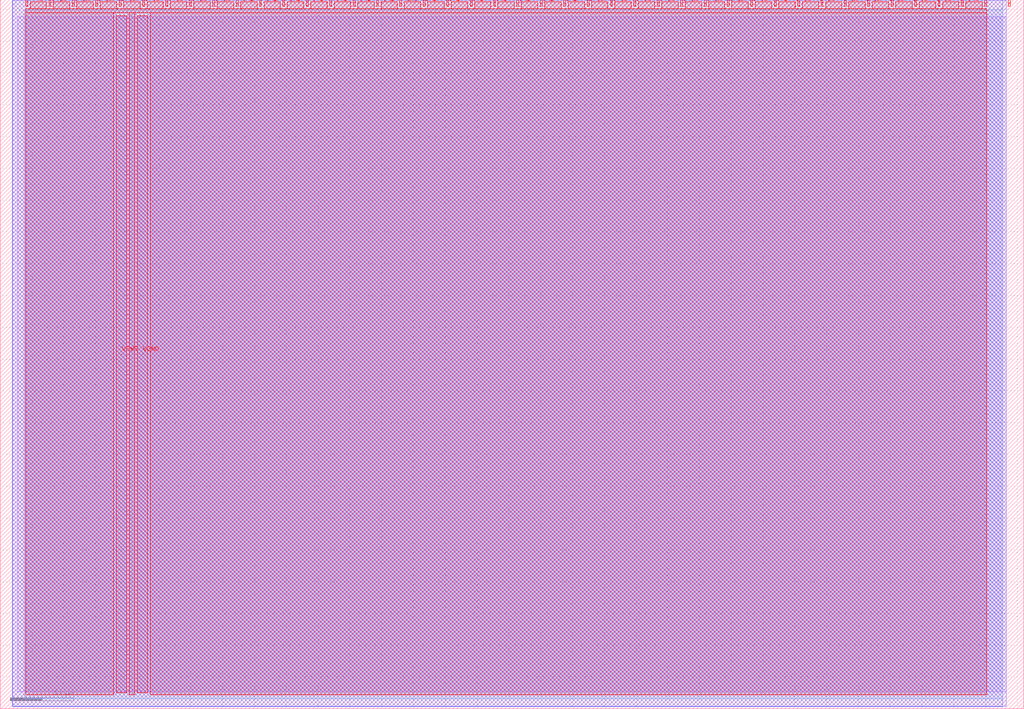
<source format=lef>
VERSION 5.7 ;
  NOWIREEXTENSIONATPIN ON ;
  DIVIDERCHAR "/" ;
  BUSBITCHARS "[]" ;
MACRO tt_um_toivoh_basilisc_2816_cpu_OL2
  CLASS BLOCK ;
  FOREIGN tt_um_toivoh_basilisc_2816_cpu_OL2 ;
  ORIGIN 0.000 0.000 ;
  SIZE 161.000 BY 111.520 ;
  PIN VGND
    DIRECTION INOUT ;
    USE GROUND ;
    PORT
      LAYER met4 ;
        RECT 21.580 2.480 23.180 109.040 ;
    END
  END VGND
  PIN VPWR
    DIRECTION INOUT ;
    USE POWER ;
    PORT
      LAYER met4 ;
        RECT 18.280 2.480 19.880 109.040 ;
    END
  END VPWR
  PIN clk
    DIRECTION INPUT ;
    USE SIGNAL ;
    ANTENNAGATEAREA 0.852000 ;
    PORT
      LAYER met4 ;
        RECT 154.870 110.520 155.170 111.520 ;
    END
  END clk
  PIN ena
    DIRECTION INPUT ;
    USE SIGNAL ;
    PORT
      LAYER met4 ;
        RECT 158.550 110.520 158.850 111.520 ;
    END
  END ena
  PIN rst_n
    DIRECTION INPUT ;
    USE SIGNAL ;
    ANTENNAGATEAREA 0.126000 ;
    ANTENNADIFFAREA 0.869400 ;
    PORT
      LAYER met4 ;
        RECT 151.190 110.520 151.490 111.520 ;
    END
  END rst_n
  PIN ui_in[0]
    DIRECTION INPUT ;
    USE SIGNAL ;
    ANTENNAGATEAREA 0.126000 ;
    ANTENNADIFFAREA 1.304100 ;
    PORT
      LAYER met4 ;
        RECT 147.510 110.520 147.810 111.520 ;
    END
  END ui_in[0]
  PIN ui_in[1]
    DIRECTION INPUT ;
    USE SIGNAL ;
    ANTENNAGATEAREA 0.126000 ;
    ANTENNADIFFAREA 0.434700 ;
    PORT
      LAYER met4 ;
        RECT 143.830 110.520 144.130 111.520 ;
    END
  END ui_in[1]
  PIN ui_in[2]
    DIRECTION INPUT ;
    USE SIGNAL ;
    PORT
      LAYER met4 ;
        RECT 140.150 110.520 140.450 111.520 ;
    END
  END ui_in[2]
  PIN ui_in[3]
    DIRECTION INPUT ;
    USE SIGNAL ;
    PORT
      LAYER met4 ;
        RECT 136.470 110.520 136.770 111.520 ;
    END
  END ui_in[3]
  PIN ui_in[4]
    DIRECTION INPUT ;
    USE SIGNAL ;
    PORT
      LAYER met4 ;
        RECT 132.790 110.520 133.090 111.520 ;
    END
  END ui_in[4]
  PIN ui_in[5]
    DIRECTION INPUT ;
    USE SIGNAL ;
    PORT
      LAYER met4 ;
        RECT 129.110 110.520 129.410 111.520 ;
    END
  END ui_in[5]
  PIN ui_in[6]
    DIRECTION INPUT ;
    USE SIGNAL ;
    PORT
      LAYER met4 ;
        RECT 125.430 110.520 125.730 111.520 ;
    END
  END ui_in[6]
  PIN ui_in[7]
    DIRECTION INPUT ;
    USE SIGNAL ;
    PORT
      LAYER met4 ;
        RECT 121.750 110.520 122.050 111.520 ;
    END
  END ui_in[7]
  PIN uio_in[0]
    DIRECTION INPUT ;
    USE SIGNAL ;
    PORT
      LAYER met4 ;
        RECT 118.070 110.520 118.370 111.520 ;
    END
  END uio_in[0]
  PIN uio_in[1]
    DIRECTION INPUT ;
    USE SIGNAL ;
    PORT
      LAYER met4 ;
        RECT 114.390 110.520 114.690 111.520 ;
    END
  END uio_in[1]
  PIN uio_in[2]
    DIRECTION INPUT ;
    USE SIGNAL ;
    PORT
      LAYER met4 ;
        RECT 110.710 110.520 111.010 111.520 ;
    END
  END uio_in[2]
  PIN uio_in[3]
    DIRECTION INPUT ;
    USE SIGNAL ;
    PORT
      LAYER met4 ;
        RECT 107.030 110.520 107.330 111.520 ;
    END
  END uio_in[3]
  PIN uio_in[4]
    DIRECTION INPUT ;
    USE SIGNAL ;
    PORT
      LAYER met4 ;
        RECT 103.350 110.520 103.650 111.520 ;
    END
  END uio_in[4]
  PIN uio_in[5]
    DIRECTION INPUT ;
    USE SIGNAL ;
    PORT
      LAYER met4 ;
        RECT 99.670 110.520 99.970 111.520 ;
    END
  END uio_in[5]
  PIN uio_in[6]
    DIRECTION INPUT ;
    USE SIGNAL ;
    PORT
      LAYER met4 ;
        RECT 95.990 110.520 96.290 111.520 ;
    END
  END uio_in[6]
  PIN uio_in[7]
    DIRECTION INPUT ;
    USE SIGNAL ;
    PORT
      LAYER met4 ;
        RECT 92.310 110.520 92.610 111.520 ;
    END
  END uio_in[7]
  PIN uio_oe[0]
    DIRECTION OUTPUT ;
    USE SIGNAL ;
    ANTENNADIFFAREA 0.445500 ;
    PORT
      LAYER met4 ;
        RECT 29.750 110.520 30.050 111.520 ;
    END
  END uio_oe[0]
  PIN uio_oe[1]
    DIRECTION OUTPUT ;
    USE SIGNAL ;
    ANTENNADIFFAREA 0.445500 ;
    PORT
      LAYER met4 ;
        RECT 26.070 110.520 26.370 111.520 ;
    END
  END uio_oe[1]
  PIN uio_oe[2]
    DIRECTION OUTPUT ;
    USE SIGNAL ;
    ANTENNADIFFAREA 0.445500 ;
    PORT
      LAYER met4 ;
        RECT 22.390 110.520 22.690 111.520 ;
    END
  END uio_oe[2]
  PIN uio_oe[3]
    DIRECTION OUTPUT ;
    USE SIGNAL ;
    ANTENNADIFFAREA 0.445500 ;
    PORT
      LAYER met4 ;
        RECT 18.710 110.520 19.010 111.520 ;
    END
  END uio_oe[3]
  PIN uio_oe[4]
    DIRECTION OUTPUT ;
    USE SIGNAL ;
    ANTENNADIFFAREA 0.445500 ;
    PORT
      LAYER met4 ;
        RECT 15.030 110.520 15.330 111.520 ;
    END
  END uio_oe[4]
  PIN uio_oe[5]
    DIRECTION OUTPUT ;
    USE SIGNAL ;
    ANTENNADIFFAREA 0.445500 ;
    PORT
      LAYER met4 ;
        RECT 11.350 110.520 11.650 111.520 ;
    END
  END uio_oe[5]
  PIN uio_oe[6]
    DIRECTION OUTPUT ;
    USE SIGNAL ;
    ANTENNADIFFAREA 0.445500 ;
    PORT
      LAYER met4 ;
        RECT 7.670 110.520 7.970 111.520 ;
    END
  END uio_oe[6]
  PIN uio_oe[7]
    DIRECTION OUTPUT ;
    USE SIGNAL ;
    ANTENNADIFFAREA 0.445500 ;
    PORT
      LAYER met4 ;
        RECT 3.990 110.520 4.290 111.520 ;
    END
  END uio_oe[7]
  PIN uio_out[0]
    DIRECTION OUTPUT ;
    USE SIGNAL ;
    ANTENNADIFFAREA 0.445500 ;
    PORT
      LAYER met4 ;
        RECT 59.190 110.520 59.490 111.520 ;
    END
  END uio_out[0]
  PIN uio_out[1]
    DIRECTION OUTPUT ;
    USE SIGNAL ;
    ANTENNADIFFAREA 0.445500 ;
    PORT
      LAYER met4 ;
        RECT 55.510 110.520 55.810 111.520 ;
    END
  END uio_out[1]
  PIN uio_out[2]
    DIRECTION OUTPUT ;
    USE SIGNAL ;
    ANTENNADIFFAREA 0.445500 ;
    PORT
      LAYER met4 ;
        RECT 51.830 110.520 52.130 111.520 ;
    END
  END uio_out[2]
  PIN uio_out[3]
    DIRECTION OUTPUT ;
    USE SIGNAL ;
    ANTENNADIFFAREA 0.445500 ;
    PORT
      LAYER met4 ;
        RECT 48.150 110.520 48.450 111.520 ;
    END
  END uio_out[3]
  PIN uio_out[4]
    DIRECTION OUTPUT ;
    USE SIGNAL ;
    ANTENNADIFFAREA 0.445500 ;
    PORT
      LAYER met4 ;
        RECT 44.470 110.520 44.770 111.520 ;
    END
  END uio_out[4]
  PIN uio_out[5]
    DIRECTION OUTPUT ;
    USE SIGNAL ;
    ANTENNADIFFAREA 0.445500 ;
    PORT
      LAYER met4 ;
        RECT 40.790 110.520 41.090 111.520 ;
    END
  END uio_out[5]
  PIN uio_out[6]
    DIRECTION OUTPUT ;
    USE SIGNAL ;
    ANTENNADIFFAREA 0.445500 ;
    PORT
      LAYER met4 ;
        RECT 37.110 110.520 37.410 111.520 ;
    END
  END uio_out[6]
  PIN uio_out[7]
    DIRECTION OUTPUT ;
    USE SIGNAL ;
    ANTENNADIFFAREA 0.445500 ;
    PORT
      LAYER met4 ;
        RECT 33.430 110.520 33.730 111.520 ;
    END
  END uio_out[7]
  PIN uo_out[0]
    DIRECTION OUTPUT ;
    USE SIGNAL ;
    ANTENNADIFFAREA 0.445500 ;
    PORT
      LAYER met4 ;
        RECT 88.630 110.520 88.930 111.520 ;
    END
  END uo_out[0]
  PIN uo_out[1]
    DIRECTION OUTPUT ;
    USE SIGNAL ;
    ANTENNADIFFAREA 0.445500 ;
    PORT
      LAYER met4 ;
        RECT 84.950 110.520 85.250 111.520 ;
    END
  END uo_out[1]
  PIN uo_out[2]
    DIRECTION OUTPUT ;
    USE SIGNAL ;
    ANTENNADIFFAREA 0.445500 ;
    PORT
      LAYER met4 ;
        RECT 81.270 110.520 81.570 111.520 ;
    END
  END uo_out[2]
  PIN uo_out[3]
    DIRECTION OUTPUT ;
    USE SIGNAL ;
    ANTENNADIFFAREA 0.445500 ;
    PORT
      LAYER met4 ;
        RECT 77.590 110.520 77.890 111.520 ;
    END
  END uo_out[3]
  PIN uo_out[4]
    DIRECTION OUTPUT ;
    USE SIGNAL ;
    ANTENNADIFFAREA 0.445500 ;
    PORT
      LAYER met4 ;
        RECT 73.910 110.520 74.210 111.520 ;
    END
  END uo_out[4]
  PIN uo_out[5]
    DIRECTION OUTPUT ;
    USE SIGNAL ;
    ANTENNADIFFAREA 0.445500 ;
    PORT
      LAYER met4 ;
        RECT 70.230 110.520 70.530 111.520 ;
    END
  END uo_out[5]
  PIN uo_out[6]
    DIRECTION OUTPUT ;
    USE SIGNAL ;
    ANTENNADIFFAREA 0.445500 ;
    PORT
      LAYER met4 ;
        RECT 66.550 110.520 66.850 111.520 ;
    END
  END uo_out[6]
  PIN uo_out[7]
    DIRECTION OUTPUT ;
    USE SIGNAL ;
    ANTENNADIFFAREA 0.445500 ;
    PORT
      LAYER met4 ;
        RECT 62.870 110.520 63.170 111.520 ;
    END
  END uo_out[7]
  OBS
      LAYER li1 ;
        RECT 2.760 2.635 158.240 108.885 ;
      LAYER met1 ;
        RECT 1.910 0.380 158.240 111.480 ;
      LAYER met2 ;
        RECT 1.940 0.350 157.690 111.510 ;
      LAYER met3 ;
        RECT 3.745 1.535 157.715 109.985 ;
      LAYER met4 ;
        RECT 4.690 110.120 7.270 111.170 ;
        RECT 8.370 110.120 10.950 111.170 ;
        RECT 12.050 110.120 14.630 111.170 ;
        RECT 15.730 110.120 18.310 111.170 ;
        RECT 19.410 110.120 21.990 111.170 ;
        RECT 23.090 110.120 25.670 111.170 ;
        RECT 26.770 110.120 29.350 111.170 ;
        RECT 30.450 110.120 33.030 111.170 ;
        RECT 34.130 110.120 36.710 111.170 ;
        RECT 37.810 110.120 40.390 111.170 ;
        RECT 41.490 110.120 44.070 111.170 ;
        RECT 45.170 110.120 47.750 111.170 ;
        RECT 48.850 110.120 51.430 111.170 ;
        RECT 52.530 110.120 55.110 111.170 ;
        RECT 56.210 110.120 58.790 111.170 ;
        RECT 59.890 110.120 62.470 111.170 ;
        RECT 63.570 110.120 66.150 111.170 ;
        RECT 67.250 110.120 69.830 111.170 ;
        RECT 70.930 110.120 73.510 111.170 ;
        RECT 74.610 110.120 77.190 111.170 ;
        RECT 78.290 110.120 80.870 111.170 ;
        RECT 81.970 110.120 84.550 111.170 ;
        RECT 85.650 110.120 88.230 111.170 ;
        RECT 89.330 110.120 91.910 111.170 ;
        RECT 93.010 110.120 95.590 111.170 ;
        RECT 96.690 110.120 99.270 111.170 ;
        RECT 100.370 110.120 102.950 111.170 ;
        RECT 104.050 110.120 106.630 111.170 ;
        RECT 107.730 110.120 110.310 111.170 ;
        RECT 111.410 110.120 113.990 111.170 ;
        RECT 115.090 110.120 117.670 111.170 ;
        RECT 118.770 110.120 121.350 111.170 ;
        RECT 122.450 110.120 125.030 111.170 ;
        RECT 126.130 110.120 128.710 111.170 ;
        RECT 129.810 110.120 132.390 111.170 ;
        RECT 133.490 110.120 136.070 111.170 ;
        RECT 137.170 110.120 139.750 111.170 ;
        RECT 140.850 110.120 143.430 111.170 ;
        RECT 144.530 110.120 147.110 111.170 ;
        RECT 148.210 110.120 150.790 111.170 ;
        RECT 151.890 110.120 154.470 111.170 ;
        RECT 3.975 109.440 155.185 110.120 ;
        RECT 3.975 2.215 17.880 109.440 ;
        RECT 20.280 2.215 21.180 109.440 ;
        RECT 23.580 2.215 155.185 109.440 ;
  END
END tt_um_toivoh_basilisc_2816_cpu_OL2
END LIBRARY


</source>
